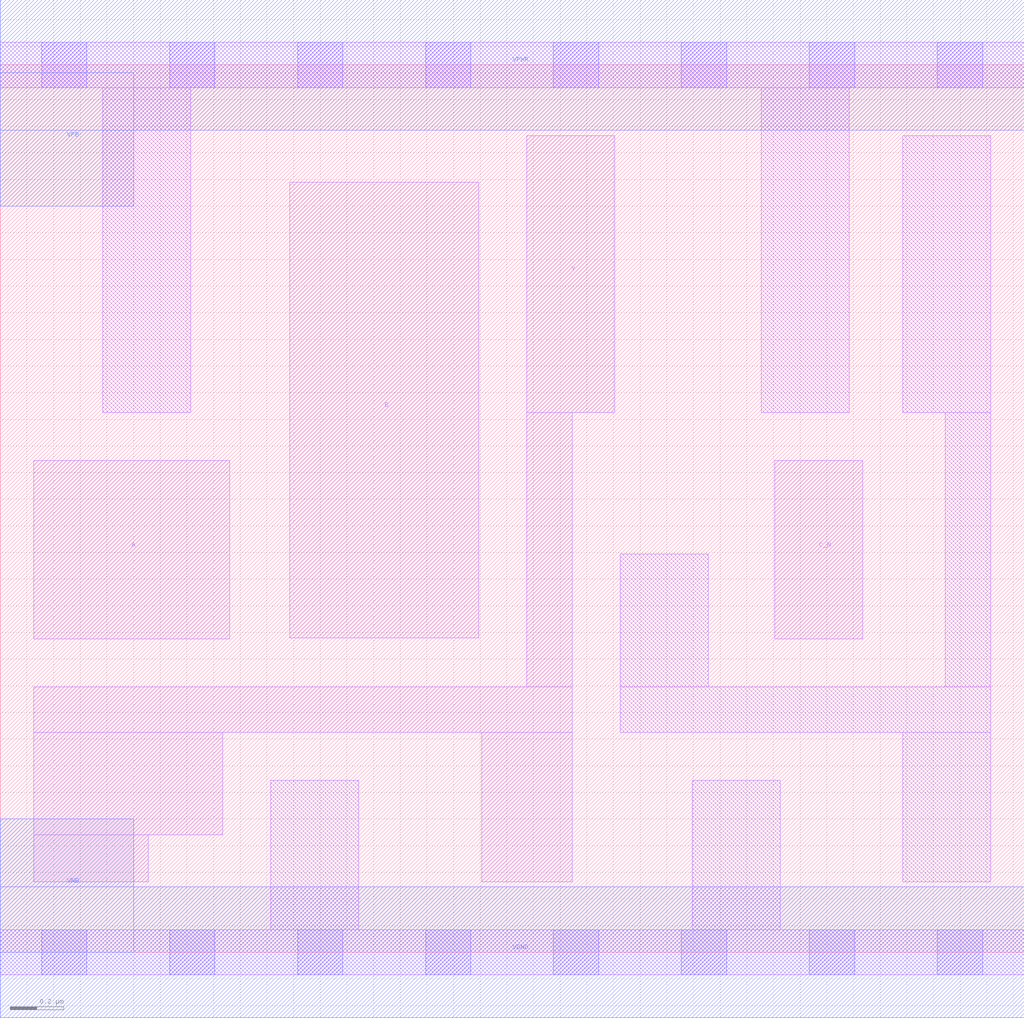
<source format=lef>
# Copyright 2020 The SkyWater PDK Authors
#
# Licensed under the Apache License, Version 2.0 (the "License");
# you may not use this file except in compliance with the License.
# You may obtain a copy of the License at
#
#     https://www.apache.org/licenses/LICENSE-2.0
#
# Unless required by applicable law or agreed to in writing, software
# distributed under the License is distributed on an "AS IS" BASIS,
# WITHOUT WARRANTIES OR CONDITIONS OF ANY KIND, either express or implied.
# See the License for the specific language governing permissions and
# limitations under the License.
#
# SPDX-License-Identifier: Apache-2.0

VERSION 5.5 ;
NAMESCASESENSITIVE ON ;
BUSBITCHARS "[]" ;
DIVIDERCHAR "/" ;
MACRO sky130_fd_sc_lp__nor3b_lp
  CLASS CORE ;
  SOURCE USER ;
  ORIGIN  0.000000  0.000000 ;
  SIZE  3.840000 BY  3.330000 ;
  SYMMETRY X Y R90 ;
  SITE unit ;
  PIN A
    ANTENNAGATEAREA  0.376000 ;
    DIRECTION INPUT ;
    USE SIGNAL ;
    PORT
      LAYER li1 ;
        RECT 0.125000 1.175000 0.860000 1.845000 ;
    END
  END A
  PIN B
    ANTENNAGATEAREA  0.376000 ;
    DIRECTION INPUT ;
    USE SIGNAL ;
    PORT
      LAYER li1 ;
        RECT 1.085000 1.180000 1.795000 2.890000 ;
    END
  END B
  PIN C_N
    ANTENNAGATEAREA  0.376000 ;
    DIRECTION INPUT ;
    USE SIGNAL ;
    PORT
      LAYER li1 ;
        RECT 2.905000 1.175000 3.235000 1.845000 ;
    END
  END C_N
  PIN Y
    ANTENNADIFFAREA  0.522300 ;
    DIRECTION OUTPUT ;
    USE SIGNAL ;
    PORT
      LAYER li1 ;
        RECT 0.125000 0.265000 0.555000 0.440000 ;
        RECT 0.125000 0.440000 0.835000 0.825000 ;
        RECT 0.125000 0.825000 2.145000 0.995000 ;
        RECT 1.805000 0.265000 2.145000 0.825000 ;
        RECT 1.975000 0.995000 2.145000 2.025000 ;
        RECT 1.975000 2.025000 2.305000 3.065000 ;
    END
  END Y
  PIN VGND
    DIRECTION INOUT ;
    USE GROUND ;
    PORT
      LAYER met1 ;
        RECT 0.000000 -0.245000 3.840000 0.245000 ;
    END
  END VGND
  PIN VNB
    DIRECTION INOUT ;
    USE GROUND ;
    PORT
      LAYER met1 ;
        RECT 0.000000 0.000000 0.500000 0.500000 ;
    END
  END VNB
  PIN VPB
    DIRECTION INOUT ;
    USE POWER ;
    PORT
      LAYER met1 ;
        RECT 0.000000 2.800000 0.500000 3.300000 ;
    END
  END VPB
  PIN VPWR
    DIRECTION INOUT ;
    USE POWER ;
    PORT
      LAYER met1 ;
        RECT 0.000000 3.085000 3.840000 3.575000 ;
    END
  END VPWR
  OBS
    LAYER li1 ;
      RECT 0.000000 -0.085000 3.840000 0.085000 ;
      RECT 0.000000  3.245000 3.840000 3.415000 ;
      RECT 0.385000  2.025000 0.715000 3.245000 ;
      RECT 1.015000  0.085000 1.345000 0.645000 ;
      RECT 2.325000  0.825000 3.715000 0.995000 ;
      RECT 2.325000  0.995000 2.655000 1.495000 ;
      RECT 2.595000  0.085000 2.925000 0.645000 ;
      RECT 2.855000  2.025000 3.185000 3.245000 ;
      RECT 3.385000  0.265000 3.715000 0.825000 ;
      RECT 3.385000  2.025000 3.715000 3.065000 ;
      RECT 3.545000  0.995000 3.715000 2.025000 ;
    LAYER mcon ;
      RECT 0.155000 -0.085000 0.325000 0.085000 ;
      RECT 0.155000  3.245000 0.325000 3.415000 ;
      RECT 0.635000 -0.085000 0.805000 0.085000 ;
      RECT 0.635000  3.245000 0.805000 3.415000 ;
      RECT 1.115000 -0.085000 1.285000 0.085000 ;
      RECT 1.115000  3.245000 1.285000 3.415000 ;
      RECT 1.595000 -0.085000 1.765000 0.085000 ;
      RECT 1.595000  3.245000 1.765000 3.415000 ;
      RECT 2.075000 -0.085000 2.245000 0.085000 ;
      RECT 2.075000  3.245000 2.245000 3.415000 ;
      RECT 2.555000 -0.085000 2.725000 0.085000 ;
      RECT 2.555000  3.245000 2.725000 3.415000 ;
      RECT 3.035000 -0.085000 3.205000 0.085000 ;
      RECT 3.035000  3.245000 3.205000 3.415000 ;
      RECT 3.515000 -0.085000 3.685000 0.085000 ;
      RECT 3.515000  3.245000 3.685000 3.415000 ;
  END
END sky130_fd_sc_lp__nor3b_lp
END LIBRARY

</source>
